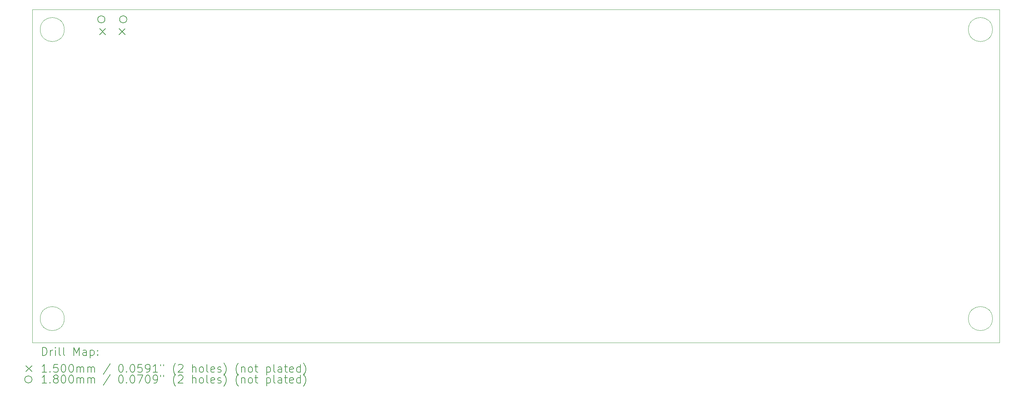
<source format=gbr>
%TF.GenerationSoftware,KiCad,Pcbnew,7.0.8*%
%TF.CreationDate,2023-11-29T08:53:46-05:00*%
%TF.ProjectId,clock,636c6f63-6b2e-46b6-9963-61645f706362,rev?*%
%TF.SameCoordinates,Original*%
%TF.FileFunction,Drillmap*%
%TF.FilePolarity,Positive*%
%FSLAX45Y45*%
G04 Gerber Fmt 4.5, Leading zero omitted, Abs format (unit mm)*
G04 Created by KiCad (PCBNEW 7.0.8) date 2023-11-29 08:53:46*
%MOMM*%
%LPD*%
G01*
G04 APERTURE LIST*
%ADD10C,0.100000*%
%ADD11C,0.200000*%
%ADD12C,0.150000*%
%ADD13C,0.180000*%
G04 APERTURE END LIST*
D10*
X1700000Y-1200000D02*
X25773560Y-1200000D01*
X25773560Y-9500000D01*
X1700000Y-9500000D01*
X1700000Y-1200000D01*
X25600000Y-1700000D02*
G75*
G03*
X25600000Y-1700000I-300000J0D01*
G01*
X2500000Y-8900000D02*
G75*
G03*
X2500000Y-8900000I-300000J0D01*
G01*
X2500000Y-1700000D02*
G75*
G03*
X2500000Y-1700000I-300000J0D01*
G01*
X25600000Y-8900000D02*
G75*
G03*
X25600000Y-8900000I-300000J0D01*
G01*
D11*
D12*
X3375660Y-1673560D02*
X3525660Y-1823560D01*
X3525660Y-1673560D02*
X3375660Y-1823560D01*
X3860660Y-1673560D02*
X4010660Y-1823560D01*
X4010660Y-1673560D02*
X3860660Y-1823560D01*
D13*
X3510660Y-1445560D02*
G75*
G03*
X3510660Y-1445560I-90000J0D01*
G01*
X4055660Y-1445560D02*
G75*
G03*
X4055660Y-1445560I-90000J0D01*
G01*
D11*
X1955777Y-9816484D02*
X1955777Y-9616484D01*
X1955777Y-9616484D02*
X2003396Y-9616484D01*
X2003396Y-9616484D02*
X2031967Y-9626008D01*
X2031967Y-9626008D02*
X2051015Y-9645055D01*
X2051015Y-9645055D02*
X2060539Y-9664103D01*
X2060539Y-9664103D02*
X2070062Y-9702198D01*
X2070062Y-9702198D02*
X2070062Y-9730770D01*
X2070062Y-9730770D02*
X2060539Y-9768865D01*
X2060539Y-9768865D02*
X2051015Y-9787912D01*
X2051015Y-9787912D02*
X2031967Y-9806960D01*
X2031967Y-9806960D02*
X2003396Y-9816484D01*
X2003396Y-9816484D02*
X1955777Y-9816484D01*
X2155777Y-9816484D02*
X2155777Y-9683150D01*
X2155777Y-9721246D02*
X2165301Y-9702198D01*
X2165301Y-9702198D02*
X2174824Y-9692674D01*
X2174824Y-9692674D02*
X2193872Y-9683150D01*
X2193872Y-9683150D02*
X2212920Y-9683150D01*
X2279586Y-9816484D02*
X2279586Y-9683150D01*
X2279586Y-9616484D02*
X2270063Y-9626008D01*
X2270063Y-9626008D02*
X2279586Y-9635531D01*
X2279586Y-9635531D02*
X2289110Y-9626008D01*
X2289110Y-9626008D02*
X2279586Y-9616484D01*
X2279586Y-9616484D02*
X2279586Y-9635531D01*
X2403396Y-9816484D02*
X2384348Y-9806960D01*
X2384348Y-9806960D02*
X2374824Y-9787912D01*
X2374824Y-9787912D02*
X2374824Y-9616484D01*
X2508158Y-9816484D02*
X2489110Y-9806960D01*
X2489110Y-9806960D02*
X2479586Y-9787912D01*
X2479586Y-9787912D02*
X2479586Y-9616484D01*
X2736729Y-9816484D02*
X2736729Y-9616484D01*
X2736729Y-9616484D02*
X2803396Y-9759341D01*
X2803396Y-9759341D02*
X2870062Y-9616484D01*
X2870062Y-9616484D02*
X2870062Y-9816484D01*
X3051015Y-9816484D02*
X3051015Y-9711722D01*
X3051015Y-9711722D02*
X3041491Y-9692674D01*
X3041491Y-9692674D02*
X3022443Y-9683150D01*
X3022443Y-9683150D02*
X2984348Y-9683150D01*
X2984348Y-9683150D02*
X2965301Y-9692674D01*
X3051015Y-9806960D02*
X3031967Y-9816484D01*
X3031967Y-9816484D02*
X2984348Y-9816484D01*
X2984348Y-9816484D02*
X2965301Y-9806960D01*
X2965301Y-9806960D02*
X2955777Y-9787912D01*
X2955777Y-9787912D02*
X2955777Y-9768865D01*
X2955777Y-9768865D02*
X2965301Y-9749817D01*
X2965301Y-9749817D02*
X2984348Y-9740293D01*
X2984348Y-9740293D02*
X3031967Y-9740293D01*
X3031967Y-9740293D02*
X3051015Y-9730770D01*
X3146253Y-9683150D02*
X3146253Y-9883150D01*
X3146253Y-9692674D02*
X3165301Y-9683150D01*
X3165301Y-9683150D02*
X3203396Y-9683150D01*
X3203396Y-9683150D02*
X3222443Y-9692674D01*
X3222443Y-9692674D02*
X3231967Y-9702198D01*
X3231967Y-9702198D02*
X3241491Y-9721246D01*
X3241491Y-9721246D02*
X3241491Y-9778389D01*
X3241491Y-9778389D02*
X3231967Y-9797436D01*
X3231967Y-9797436D02*
X3222443Y-9806960D01*
X3222443Y-9806960D02*
X3203396Y-9816484D01*
X3203396Y-9816484D02*
X3165301Y-9816484D01*
X3165301Y-9816484D02*
X3146253Y-9806960D01*
X3327205Y-9797436D02*
X3336729Y-9806960D01*
X3336729Y-9806960D02*
X3327205Y-9816484D01*
X3327205Y-9816484D02*
X3317682Y-9806960D01*
X3317682Y-9806960D02*
X3327205Y-9797436D01*
X3327205Y-9797436D02*
X3327205Y-9816484D01*
X3327205Y-9692674D02*
X3336729Y-9702198D01*
X3336729Y-9702198D02*
X3327205Y-9711722D01*
X3327205Y-9711722D02*
X3317682Y-9702198D01*
X3317682Y-9702198D02*
X3327205Y-9692674D01*
X3327205Y-9692674D02*
X3327205Y-9711722D01*
D12*
X1545000Y-10070000D02*
X1695000Y-10220000D01*
X1695000Y-10070000D02*
X1545000Y-10220000D01*
D11*
X2060539Y-10236484D02*
X1946253Y-10236484D01*
X2003396Y-10236484D02*
X2003396Y-10036484D01*
X2003396Y-10036484D02*
X1984348Y-10065055D01*
X1984348Y-10065055D02*
X1965301Y-10084103D01*
X1965301Y-10084103D02*
X1946253Y-10093627D01*
X2146253Y-10217436D02*
X2155777Y-10226960D01*
X2155777Y-10226960D02*
X2146253Y-10236484D01*
X2146253Y-10236484D02*
X2136729Y-10226960D01*
X2136729Y-10226960D02*
X2146253Y-10217436D01*
X2146253Y-10217436D02*
X2146253Y-10236484D01*
X2336729Y-10036484D02*
X2241491Y-10036484D01*
X2241491Y-10036484D02*
X2231967Y-10131722D01*
X2231967Y-10131722D02*
X2241491Y-10122198D01*
X2241491Y-10122198D02*
X2260539Y-10112674D01*
X2260539Y-10112674D02*
X2308158Y-10112674D01*
X2308158Y-10112674D02*
X2327205Y-10122198D01*
X2327205Y-10122198D02*
X2336729Y-10131722D01*
X2336729Y-10131722D02*
X2346253Y-10150770D01*
X2346253Y-10150770D02*
X2346253Y-10198389D01*
X2346253Y-10198389D02*
X2336729Y-10217436D01*
X2336729Y-10217436D02*
X2327205Y-10226960D01*
X2327205Y-10226960D02*
X2308158Y-10236484D01*
X2308158Y-10236484D02*
X2260539Y-10236484D01*
X2260539Y-10236484D02*
X2241491Y-10226960D01*
X2241491Y-10226960D02*
X2231967Y-10217436D01*
X2470063Y-10036484D02*
X2489110Y-10036484D01*
X2489110Y-10036484D02*
X2508158Y-10046008D01*
X2508158Y-10046008D02*
X2517682Y-10055531D01*
X2517682Y-10055531D02*
X2527205Y-10074579D01*
X2527205Y-10074579D02*
X2536729Y-10112674D01*
X2536729Y-10112674D02*
X2536729Y-10160293D01*
X2536729Y-10160293D02*
X2527205Y-10198389D01*
X2527205Y-10198389D02*
X2517682Y-10217436D01*
X2517682Y-10217436D02*
X2508158Y-10226960D01*
X2508158Y-10226960D02*
X2489110Y-10236484D01*
X2489110Y-10236484D02*
X2470063Y-10236484D01*
X2470063Y-10236484D02*
X2451015Y-10226960D01*
X2451015Y-10226960D02*
X2441491Y-10217436D01*
X2441491Y-10217436D02*
X2431967Y-10198389D01*
X2431967Y-10198389D02*
X2422444Y-10160293D01*
X2422444Y-10160293D02*
X2422444Y-10112674D01*
X2422444Y-10112674D02*
X2431967Y-10074579D01*
X2431967Y-10074579D02*
X2441491Y-10055531D01*
X2441491Y-10055531D02*
X2451015Y-10046008D01*
X2451015Y-10046008D02*
X2470063Y-10036484D01*
X2660539Y-10036484D02*
X2679586Y-10036484D01*
X2679586Y-10036484D02*
X2698634Y-10046008D01*
X2698634Y-10046008D02*
X2708158Y-10055531D01*
X2708158Y-10055531D02*
X2717682Y-10074579D01*
X2717682Y-10074579D02*
X2727205Y-10112674D01*
X2727205Y-10112674D02*
X2727205Y-10160293D01*
X2727205Y-10160293D02*
X2717682Y-10198389D01*
X2717682Y-10198389D02*
X2708158Y-10217436D01*
X2708158Y-10217436D02*
X2698634Y-10226960D01*
X2698634Y-10226960D02*
X2679586Y-10236484D01*
X2679586Y-10236484D02*
X2660539Y-10236484D01*
X2660539Y-10236484D02*
X2641491Y-10226960D01*
X2641491Y-10226960D02*
X2631967Y-10217436D01*
X2631967Y-10217436D02*
X2622444Y-10198389D01*
X2622444Y-10198389D02*
X2612920Y-10160293D01*
X2612920Y-10160293D02*
X2612920Y-10112674D01*
X2612920Y-10112674D02*
X2622444Y-10074579D01*
X2622444Y-10074579D02*
X2631967Y-10055531D01*
X2631967Y-10055531D02*
X2641491Y-10046008D01*
X2641491Y-10046008D02*
X2660539Y-10036484D01*
X2812920Y-10236484D02*
X2812920Y-10103150D01*
X2812920Y-10122198D02*
X2822443Y-10112674D01*
X2822443Y-10112674D02*
X2841491Y-10103150D01*
X2841491Y-10103150D02*
X2870063Y-10103150D01*
X2870063Y-10103150D02*
X2889110Y-10112674D01*
X2889110Y-10112674D02*
X2898634Y-10131722D01*
X2898634Y-10131722D02*
X2898634Y-10236484D01*
X2898634Y-10131722D02*
X2908158Y-10112674D01*
X2908158Y-10112674D02*
X2927205Y-10103150D01*
X2927205Y-10103150D02*
X2955777Y-10103150D01*
X2955777Y-10103150D02*
X2974824Y-10112674D01*
X2974824Y-10112674D02*
X2984348Y-10131722D01*
X2984348Y-10131722D02*
X2984348Y-10236484D01*
X3079586Y-10236484D02*
X3079586Y-10103150D01*
X3079586Y-10122198D02*
X3089110Y-10112674D01*
X3089110Y-10112674D02*
X3108158Y-10103150D01*
X3108158Y-10103150D02*
X3136729Y-10103150D01*
X3136729Y-10103150D02*
X3155777Y-10112674D01*
X3155777Y-10112674D02*
X3165301Y-10131722D01*
X3165301Y-10131722D02*
X3165301Y-10236484D01*
X3165301Y-10131722D02*
X3174824Y-10112674D01*
X3174824Y-10112674D02*
X3193872Y-10103150D01*
X3193872Y-10103150D02*
X3222443Y-10103150D01*
X3222443Y-10103150D02*
X3241491Y-10112674D01*
X3241491Y-10112674D02*
X3251015Y-10131722D01*
X3251015Y-10131722D02*
X3251015Y-10236484D01*
X3641491Y-10026960D02*
X3470063Y-10284103D01*
X3898634Y-10036484D02*
X3917682Y-10036484D01*
X3917682Y-10036484D02*
X3936729Y-10046008D01*
X3936729Y-10046008D02*
X3946253Y-10055531D01*
X3946253Y-10055531D02*
X3955777Y-10074579D01*
X3955777Y-10074579D02*
X3965301Y-10112674D01*
X3965301Y-10112674D02*
X3965301Y-10160293D01*
X3965301Y-10160293D02*
X3955777Y-10198389D01*
X3955777Y-10198389D02*
X3946253Y-10217436D01*
X3946253Y-10217436D02*
X3936729Y-10226960D01*
X3936729Y-10226960D02*
X3917682Y-10236484D01*
X3917682Y-10236484D02*
X3898634Y-10236484D01*
X3898634Y-10236484D02*
X3879586Y-10226960D01*
X3879586Y-10226960D02*
X3870063Y-10217436D01*
X3870063Y-10217436D02*
X3860539Y-10198389D01*
X3860539Y-10198389D02*
X3851015Y-10160293D01*
X3851015Y-10160293D02*
X3851015Y-10112674D01*
X3851015Y-10112674D02*
X3860539Y-10074579D01*
X3860539Y-10074579D02*
X3870063Y-10055531D01*
X3870063Y-10055531D02*
X3879586Y-10046008D01*
X3879586Y-10046008D02*
X3898634Y-10036484D01*
X4051015Y-10217436D02*
X4060539Y-10226960D01*
X4060539Y-10226960D02*
X4051015Y-10236484D01*
X4051015Y-10236484D02*
X4041491Y-10226960D01*
X4041491Y-10226960D02*
X4051015Y-10217436D01*
X4051015Y-10217436D02*
X4051015Y-10236484D01*
X4184348Y-10036484D02*
X4203396Y-10036484D01*
X4203396Y-10036484D02*
X4222444Y-10046008D01*
X4222444Y-10046008D02*
X4231968Y-10055531D01*
X4231968Y-10055531D02*
X4241491Y-10074579D01*
X4241491Y-10074579D02*
X4251015Y-10112674D01*
X4251015Y-10112674D02*
X4251015Y-10160293D01*
X4251015Y-10160293D02*
X4241491Y-10198389D01*
X4241491Y-10198389D02*
X4231968Y-10217436D01*
X4231968Y-10217436D02*
X4222444Y-10226960D01*
X4222444Y-10226960D02*
X4203396Y-10236484D01*
X4203396Y-10236484D02*
X4184348Y-10236484D01*
X4184348Y-10236484D02*
X4165301Y-10226960D01*
X4165301Y-10226960D02*
X4155777Y-10217436D01*
X4155777Y-10217436D02*
X4146253Y-10198389D01*
X4146253Y-10198389D02*
X4136729Y-10160293D01*
X4136729Y-10160293D02*
X4136729Y-10112674D01*
X4136729Y-10112674D02*
X4146253Y-10074579D01*
X4146253Y-10074579D02*
X4155777Y-10055531D01*
X4155777Y-10055531D02*
X4165301Y-10046008D01*
X4165301Y-10046008D02*
X4184348Y-10036484D01*
X4431968Y-10036484D02*
X4336729Y-10036484D01*
X4336729Y-10036484D02*
X4327206Y-10131722D01*
X4327206Y-10131722D02*
X4336729Y-10122198D01*
X4336729Y-10122198D02*
X4355777Y-10112674D01*
X4355777Y-10112674D02*
X4403396Y-10112674D01*
X4403396Y-10112674D02*
X4422444Y-10122198D01*
X4422444Y-10122198D02*
X4431968Y-10131722D01*
X4431968Y-10131722D02*
X4441491Y-10150770D01*
X4441491Y-10150770D02*
X4441491Y-10198389D01*
X4441491Y-10198389D02*
X4431968Y-10217436D01*
X4431968Y-10217436D02*
X4422444Y-10226960D01*
X4422444Y-10226960D02*
X4403396Y-10236484D01*
X4403396Y-10236484D02*
X4355777Y-10236484D01*
X4355777Y-10236484D02*
X4336729Y-10226960D01*
X4336729Y-10226960D02*
X4327206Y-10217436D01*
X4536729Y-10236484D02*
X4574825Y-10236484D01*
X4574825Y-10236484D02*
X4593872Y-10226960D01*
X4593872Y-10226960D02*
X4603396Y-10217436D01*
X4603396Y-10217436D02*
X4622444Y-10188865D01*
X4622444Y-10188865D02*
X4631968Y-10150770D01*
X4631968Y-10150770D02*
X4631968Y-10074579D01*
X4631968Y-10074579D02*
X4622444Y-10055531D01*
X4622444Y-10055531D02*
X4612920Y-10046008D01*
X4612920Y-10046008D02*
X4593872Y-10036484D01*
X4593872Y-10036484D02*
X4555777Y-10036484D01*
X4555777Y-10036484D02*
X4536729Y-10046008D01*
X4536729Y-10046008D02*
X4527206Y-10055531D01*
X4527206Y-10055531D02*
X4517682Y-10074579D01*
X4517682Y-10074579D02*
X4517682Y-10122198D01*
X4517682Y-10122198D02*
X4527206Y-10141246D01*
X4527206Y-10141246D02*
X4536729Y-10150770D01*
X4536729Y-10150770D02*
X4555777Y-10160293D01*
X4555777Y-10160293D02*
X4593872Y-10160293D01*
X4593872Y-10160293D02*
X4612920Y-10150770D01*
X4612920Y-10150770D02*
X4622444Y-10141246D01*
X4622444Y-10141246D02*
X4631968Y-10122198D01*
X4822444Y-10236484D02*
X4708158Y-10236484D01*
X4765301Y-10236484D02*
X4765301Y-10036484D01*
X4765301Y-10036484D02*
X4746253Y-10065055D01*
X4746253Y-10065055D02*
X4727206Y-10084103D01*
X4727206Y-10084103D02*
X4708158Y-10093627D01*
X4898634Y-10036484D02*
X4898634Y-10074579D01*
X4974825Y-10036484D02*
X4974825Y-10074579D01*
X5270063Y-10312674D02*
X5260539Y-10303150D01*
X5260539Y-10303150D02*
X5241491Y-10274579D01*
X5241491Y-10274579D02*
X5231968Y-10255531D01*
X5231968Y-10255531D02*
X5222444Y-10226960D01*
X5222444Y-10226960D02*
X5212920Y-10179341D01*
X5212920Y-10179341D02*
X5212920Y-10141246D01*
X5212920Y-10141246D02*
X5222444Y-10093627D01*
X5222444Y-10093627D02*
X5231968Y-10065055D01*
X5231968Y-10065055D02*
X5241491Y-10046008D01*
X5241491Y-10046008D02*
X5260539Y-10017436D01*
X5260539Y-10017436D02*
X5270063Y-10007912D01*
X5336730Y-10055531D02*
X5346253Y-10046008D01*
X5346253Y-10046008D02*
X5365301Y-10036484D01*
X5365301Y-10036484D02*
X5412920Y-10036484D01*
X5412920Y-10036484D02*
X5431968Y-10046008D01*
X5431968Y-10046008D02*
X5441491Y-10055531D01*
X5441491Y-10055531D02*
X5451015Y-10074579D01*
X5451015Y-10074579D02*
X5451015Y-10093627D01*
X5451015Y-10093627D02*
X5441491Y-10122198D01*
X5441491Y-10122198D02*
X5327206Y-10236484D01*
X5327206Y-10236484D02*
X5451015Y-10236484D01*
X5689110Y-10236484D02*
X5689110Y-10036484D01*
X5774825Y-10236484D02*
X5774825Y-10131722D01*
X5774825Y-10131722D02*
X5765301Y-10112674D01*
X5765301Y-10112674D02*
X5746253Y-10103150D01*
X5746253Y-10103150D02*
X5717682Y-10103150D01*
X5717682Y-10103150D02*
X5698634Y-10112674D01*
X5698634Y-10112674D02*
X5689110Y-10122198D01*
X5898634Y-10236484D02*
X5879587Y-10226960D01*
X5879587Y-10226960D02*
X5870063Y-10217436D01*
X5870063Y-10217436D02*
X5860539Y-10198389D01*
X5860539Y-10198389D02*
X5860539Y-10141246D01*
X5860539Y-10141246D02*
X5870063Y-10122198D01*
X5870063Y-10122198D02*
X5879587Y-10112674D01*
X5879587Y-10112674D02*
X5898634Y-10103150D01*
X5898634Y-10103150D02*
X5927206Y-10103150D01*
X5927206Y-10103150D02*
X5946253Y-10112674D01*
X5946253Y-10112674D02*
X5955777Y-10122198D01*
X5955777Y-10122198D02*
X5965301Y-10141246D01*
X5965301Y-10141246D02*
X5965301Y-10198389D01*
X5965301Y-10198389D02*
X5955777Y-10217436D01*
X5955777Y-10217436D02*
X5946253Y-10226960D01*
X5946253Y-10226960D02*
X5927206Y-10236484D01*
X5927206Y-10236484D02*
X5898634Y-10236484D01*
X6079587Y-10236484D02*
X6060539Y-10226960D01*
X6060539Y-10226960D02*
X6051015Y-10207912D01*
X6051015Y-10207912D02*
X6051015Y-10036484D01*
X6231968Y-10226960D02*
X6212920Y-10236484D01*
X6212920Y-10236484D02*
X6174825Y-10236484D01*
X6174825Y-10236484D02*
X6155777Y-10226960D01*
X6155777Y-10226960D02*
X6146253Y-10207912D01*
X6146253Y-10207912D02*
X6146253Y-10131722D01*
X6146253Y-10131722D02*
X6155777Y-10112674D01*
X6155777Y-10112674D02*
X6174825Y-10103150D01*
X6174825Y-10103150D02*
X6212920Y-10103150D01*
X6212920Y-10103150D02*
X6231968Y-10112674D01*
X6231968Y-10112674D02*
X6241491Y-10131722D01*
X6241491Y-10131722D02*
X6241491Y-10150770D01*
X6241491Y-10150770D02*
X6146253Y-10169817D01*
X6317682Y-10226960D02*
X6336730Y-10236484D01*
X6336730Y-10236484D02*
X6374825Y-10236484D01*
X6374825Y-10236484D02*
X6393872Y-10226960D01*
X6393872Y-10226960D02*
X6403396Y-10207912D01*
X6403396Y-10207912D02*
X6403396Y-10198389D01*
X6403396Y-10198389D02*
X6393872Y-10179341D01*
X6393872Y-10179341D02*
X6374825Y-10169817D01*
X6374825Y-10169817D02*
X6346253Y-10169817D01*
X6346253Y-10169817D02*
X6327206Y-10160293D01*
X6327206Y-10160293D02*
X6317682Y-10141246D01*
X6317682Y-10141246D02*
X6317682Y-10131722D01*
X6317682Y-10131722D02*
X6327206Y-10112674D01*
X6327206Y-10112674D02*
X6346253Y-10103150D01*
X6346253Y-10103150D02*
X6374825Y-10103150D01*
X6374825Y-10103150D02*
X6393872Y-10112674D01*
X6470063Y-10312674D02*
X6479587Y-10303150D01*
X6479587Y-10303150D02*
X6498634Y-10274579D01*
X6498634Y-10274579D02*
X6508158Y-10255531D01*
X6508158Y-10255531D02*
X6517682Y-10226960D01*
X6517682Y-10226960D02*
X6527206Y-10179341D01*
X6527206Y-10179341D02*
X6527206Y-10141246D01*
X6527206Y-10141246D02*
X6517682Y-10093627D01*
X6517682Y-10093627D02*
X6508158Y-10065055D01*
X6508158Y-10065055D02*
X6498634Y-10046008D01*
X6498634Y-10046008D02*
X6479587Y-10017436D01*
X6479587Y-10017436D02*
X6470063Y-10007912D01*
X6831968Y-10312674D02*
X6822444Y-10303150D01*
X6822444Y-10303150D02*
X6803396Y-10274579D01*
X6803396Y-10274579D02*
X6793872Y-10255531D01*
X6793872Y-10255531D02*
X6784349Y-10226960D01*
X6784349Y-10226960D02*
X6774825Y-10179341D01*
X6774825Y-10179341D02*
X6774825Y-10141246D01*
X6774825Y-10141246D02*
X6784349Y-10093627D01*
X6784349Y-10093627D02*
X6793872Y-10065055D01*
X6793872Y-10065055D02*
X6803396Y-10046008D01*
X6803396Y-10046008D02*
X6822444Y-10017436D01*
X6822444Y-10017436D02*
X6831968Y-10007912D01*
X6908158Y-10103150D02*
X6908158Y-10236484D01*
X6908158Y-10122198D02*
X6917682Y-10112674D01*
X6917682Y-10112674D02*
X6936730Y-10103150D01*
X6936730Y-10103150D02*
X6965301Y-10103150D01*
X6965301Y-10103150D02*
X6984349Y-10112674D01*
X6984349Y-10112674D02*
X6993872Y-10131722D01*
X6993872Y-10131722D02*
X6993872Y-10236484D01*
X7117682Y-10236484D02*
X7098634Y-10226960D01*
X7098634Y-10226960D02*
X7089111Y-10217436D01*
X7089111Y-10217436D02*
X7079587Y-10198389D01*
X7079587Y-10198389D02*
X7079587Y-10141246D01*
X7079587Y-10141246D02*
X7089111Y-10122198D01*
X7089111Y-10122198D02*
X7098634Y-10112674D01*
X7098634Y-10112674D02*
X7117682Y-10103150D01*
X7117682Y-10103150D02*
X7146253Y-10103150D01*
X7146253Y-10103150D02*
X7165301Y-10112674D01*
X7165301Y-10112674D02*
X7174825Y-10122198D01*
X7174825Y-10122198D02*
X7184349Y-10141246D01*
X7184349Y-10141246D02*
X7184349Y-10198389D01*
X7184349Y-10198389D02*
X7174825Y-10217436D01*
X7174825Y-10217436D02*
X7165301Y-10226960D01*
X7165301Y-10226960D02*
X7146253Y-10236484D01*
X7146253Y-10236484D02*
X7117682Y-10236484D01*
X7241492Y-10103150D02*
X7317682Y-10103150D01*
X7270063Y-10036484D02*
X7270063Y-10207912D01*
X7270063Y-10207912D02*
X7279587Y-10226960D01*
X7279587Y-10226960D02*
X7298634Y-10236484D01*
X7298634Y-10236484D02*
X7317682Y-10236484D01*
X7536730Y-10103150D02*
X7536730Y-10303150D01*
X7536730Y-10112674D02*
X7555777Y-10103150D01*
X7555777Y-10103150D02*
X7593873Y-10103150D01*
X7593873Y-10103150D02*
X7612920Y-10112674D01*
X7612920Y-10112674D02*
X7622444Y-10122198D01*
X7622444Y-10122198D02*
X7631968Y-10141246D01*
X7631968Y-10141246D02*
X7631968Y-10198389D01*
X7631968Y-10198389D02*
X7622444Y-10217436D01*
X7622444Y-10217436D02*
X7612920Y-10226960D01*
X7612920Y-10226960D02*
X7593873Y-10236484D01*
X7593873Y-10236484D02*
X7555777Y-10236484D01*
X7555777Y-10236484D02*
X7536730Y-10226960D01*
X7746253Y-10236484D02*
X7727206Y-10226960D01*
X7727206Y-10226960D02*
X7717682Y-10207912D01*
X7717682Y-10207912D02*
X7717682Y-10036484D01*
X7908158Y-10236484D02*
X7908158Y-10131722D01*
X7908158Y-10131722D02*
X7898634Y-10112674D01*
X7898634Y-10112674D02*
X7879587Y-10103150D01*
X7879587Y-10103150D02*
X7841492Y-10103150D01*
X7841492Y-10103150D02*
X7822444Y-10112674D01*
X7908158Y-10226960D02*
X7889111Y-10236484D01*
X7889111Y-10236484D02*
X7841492Y-10236484D01*
X7841492Y-10236484D02*
X7822444Y-10226960D01*
X7822444Y-10226960D02*
X7812920Y-10207912D01*
X7812920Y-10207912D02*
X7812920Y-10188865D01*
X7812920Y-10188865D02*
X7822444Y-10169817D01*
X7822444Y-10169817D02*
X7841492Y-10160293D01*
X7841492Y-10160293D02*
X7889111Y-10160293D01*
X7889111Y-10160293D02*
X7908158Y-10150770D01*
X7974825Y-10103150D02*
X8051015Y-10103150D01*
X8003396Y-10036484D02*
X8003396Y-10207912D01*
X8003396Y-10207912D02*
X8012920Y-10226960D01*
X8012920Y-10226960D02*
X8031968Y-10236484D01*
X8031968Y-10236484D02*
X8051015Y-10236484D01*
X8193873Y-10226960D02*
X8174825Y-10236484D01*
X8174825Y-10236484D02*
X8136730Y-10236484D01*
X8136730Y-10236484D02*
X8117682Y-10226960D01*
X8117682Y-10226960D02*
X8108158Y-10207912D01*
X8108158Y-10207912D02*
X8108158Y-10131722D01*
X8108158Y-10131722D02*
X8117682Y-10112674D01*
X8117682Y-10112674D02*
X8136730Y-10103150D01*
X8136730Y-10103150D02*
X8174825Y-10103150D01*
X8174825Y-10103150D02*
X8193873Y-10112674D01*
X8193873Y-10112674D02*
X8203396Y-10131722D01*
X8203396Y-10131722D02*
X8203396Y-10150770D01*
X8203396Y-10150770D02*
X8108158Y-10169817D01*
X8374825Y-10236484D02*
X8374825Y-10036484D01*
X8374825Y-10226960D02*
X8355777Y-10236484D01*
X8355777Y-10236484D02*
X8317682Y-10236484D01*
X8317682Y-10236484D02*
X8298634Y-10226960D01*
X8298634Y-10226960D02*
X8289111Y-10217436D01*
X8289111Y-10217436D02*
X8279587Y-10198389D01*
X8279587Y-10198389D02*
X8279587Y-10141246D01*
X8279587Y-10141246D02*
X8289111Y-10122198D01*
X8289111Y-10122198D02*
X8298634Y-10112674D01*
X8298634Y-10112674D02*
X8317682Y-10103150D01*
X8317682Y-10103150D02*
X8355777Y-10103150D01*
X8355777Y-10103150D02*
X8374825Y-10112674D01*
X8451016Y-10312674D02*
X8460539Y-10303150D01*
X8460539Y-10303150D02*
X8479587Y-10274579D01*
X8479587Y-10274579D02*
X8489111Y-10255531D01*
X8489111Y-10255531D02*
X8498635Y-10226960D01*
X8498635Y-10226960D02*
X8508158Y-10179341D01*
X8508158Y-10179341D02*
X8508158Y-10141246D01*
X8508158Y-10141246D02*
X8498635Y-10093627D01*
X8498635Y-10093627D02*
X8489111Y-10065055D01*
X8489111Y-10065055D02*
X8479587Y-10046008D01*
X8479587Y-10046008D02*
X8460539Y-10017436D01*
X8460539Y-10017436D02*
X8451016Y-10007912D01*
D13*
X1695000Y-10415000D02*
G75*
G03*
X1695000Y-10415000I-90000J0D01*
G01*
D11*
X2060539Y-10506484D02*
X1946253Y-10506484D01*
X2003396Y-10506484D02*
X2003396Y-10306484D01*
X2003396Y-10306484D02*
X1984348Y-10335055D01*
X1984348Y-10335055D02*
X1965301Y-10354103D01*
X1965301Y-10354103D02*
X1946253Y-10363627D01*
X2146253Y-10487436D02*
X2155777Y-10496960D01*
X2155777Y-10496960D02*
X2146253Y-10506484D01*
X2146253Y-10506484D02*
X2136729Y-10496960D01*
X2136729Y-10496960D02*
X2146253Y-10487436D01*
X2146253Y-10487436D02*
X2146253Y-10506484D01*
X2270063Y-10392198D02*
X2251015Y-10382674D01*
X2251015Y-10382674D02*
X2241491Y-10373150D01*
X2241491Y-10373150D02*
X2231967Y-10354103D01*
X2231967Y-10354103D02*
X2231967Y-10344579D01*
X2231967Y-10344579D02*
X2241491Y-10325531D01*
X2241491Y-10325531D02*
X2251015Y-10316008D01*
X2251015Y-10316008D02*
X2270063Y-10306484D01*
X2270063Y-10306484D02*
X2308158Y-10306484D01*
X2308158Y-10306484D02*
X2327205Y-10316008D01*
X2327205Y-10316008D02*
X2336729Y-10325531D01*
X2336729Y-10325531D02*
X2346253Y-10344579D01*
X2346253Y-10344579D02*
X2346253Y-10354103D01*
X2346253Y-10354103D02*
X2336729Y-10373150D01*
X2336729Y-10373150D02*
X2327205Y-10382674D01*
X2327205Y-10382674D02*
X2308158Y-10392198D01*
X2308158Y-10392198D02*
X2270063Y-10392198D01*
X2270063Y-10392198D02*
X2251015Y-10401722D01*
X2251015Y-10401722D02*
X2241491Y-10411246D01*
X2241491Y-10411246D02*
X2231967Y-10430293D01*
X2231967Y-10430293D02*
X2231967Y-10468389D01*
X2231967Y-10468389D02*
X2241491Y-10487436D01*
X2241491Y-10487436D02*
X2251015Y-10496960D01*
X2251015Y-10496960D02*
X2270063Y-10506484D01*
X2270063Y-10506484D02*
X2308158Y-10506484D01*
X2308158Y-10506484D02*
X2327205Y-10496960D01*
X2327205Y-10496960D02*
X2336729Y-10487436D01*
X2336729Y-10487436D02*
X2346253Y-10468389D01*
X2346253Y-10468389D02*
X2346253Y-10430293D01*
X2346253Y-10430293D02*
X2336729Y-10411246D01*
X2336729Y-10411246D02*
X2327205Y-10401722D01*
X2327205Y-10401722D02*
X2308158Y-10392198D01*
X2470063Y-10306484D02*
X2489110Y-10306484D01*
X2489110Y-10306484D02*
X2508158Y-10316008D01*
X2508158Y-10316008D02*
X2517682Y-10325531D01*
X2517682Y-10325531D02*
X2527205Y-10344579D01*
X2527205Y-10344579D02*
X2536729Y-10382674D01*
X2536729Y-10382674D02*
X2536729Y-10430293D01*
X2536729Y-10430293D02*
X2527205Y-10468389D01*
X2527205Y-10468389D02*
X2517682Y-10487436D01*
X2517682Y-10487436D02*
X2508158Y-10496960D01*
X2508158Y-10496960D02*
X2489110Y-10506484D01*
X2489110Y-10506484D02*
X2470063Y-10506484D01*
X2470063Y-10506484D02*
X2451015Y-10496960D01*
X2451015Y-10496960D02*
X2441491Y-10487436D01*
X2441491Y-10487436D02*
X2431967Y-10468389D01*
X2431967Y-10468389D02*
X2422444Y-10430293D01*
X2422444Y-10430293D02*
X2422444Y-10382674D01*
X2422444Y-10382674D02*
X2431967Y-10344579D01*
X2431967Y-10344579D02*
X2441491Y-10325531D01*
X2441491Y-10325531D02*
X2451015Y-10316008D01*
X2451015Y-10316008D02*
X2470063Y-10306484D01*
X2660539Y-10306484D02*
X2679586Y-10306484D01*
X2679586Y-10306484D02*
X2698634Y-10316008D01*
X2698634Y-10316008D02*
X2708158Y-10325531D01*
X2708158Y-10325531D02*
X2717682Y-10344579D01*
X2717682Y-10344579D02*
X2727205Y-10382674D01*
X2727205Y-10382674D02*
X2727205Y-10430293D01*
X2727205Y-10430293D02*
X2717682Y-10468389D01*
X2717682Y-10468389D02*
X2708158Y-10487436D01*
X2708158Y-10487436D02*
X2698634Y-10496960D01*
X2698634Y-10496960D02*
X2679586Y-10506484D01*
X2679586Y-10506484D02*
X2660539Y-10506484D01*
X2660539Y-10506484D02*
X2641491Y-10496960D01*
X2641491Y-10496960D02*
X2631967Y-10487436D01*
X2631967Y-10487436D02*
X2622444Y-10468389D01*
X2622444Y-10468389D02*
X2612920Y-10430293D01*
X2612920Y-10430293D02*
X2612920Y-10382674D01*
X2612920Y-10382674D02*
X2622444Y-10344579D01*
X2622444Y-10344579D02*
X2631967Y-10325531D01*
X2631967Y-10325531D02*
X2641491Y-10316008D01*
X2641491Y-10316008D02*
X2660539Y-10306484D01*
X2812920Y-10506484D02*
X2812920Y-10373150D01*
X2812920Y-10392198D02*
X2822443Y-10382674D01*
X2822443Y-10382674D02*
X2841491Y-10373150D01*
X2841491Y-10373150D02*
X2870063Y-10373150D01*
X2870063Y-10373150D02*
X2889110Y-10382674D01*
X2889110Y-10382674D02*
X2898634Y-10401722D01*
X2898634Y-10401722D02*
X2898634Y-10506484D01*
X2898634Y-10401722D02*
X2908158Y-10382674D01*
X2908158Y-10382674D02*
X2927205Y-10373150D01*
X2927205Y-10373150D02*
X2955777Y-10373150D01*
X2955777Y-10373150D02*
X2974824Y-10382674D01*
X2974824Y-10382674D02*
X2984348Y-10401722D01*
X2984348Y-10401722D02*
X2984348Y-10506484D01*
X3079586Y-10506484D02*
X3079586Y-10373150D01*
X3079586Y-10392198D02*
X3089110Y-10382674D01*
X3089110Y-10382674D02*
X3108158Y-10373150D01*
X3108158Y-10373150D02*
X3136729Y-10373150D01*
X3136729Y-10373150D02*
X3155777Y-10382674D01*
X3155777Y-10382674D02*
X3165301Y-10401722D01*
X3165301Y-10401722D02*
X3165301Y-10506484D01*
X3165301Y-10401722D02*
X3174824Y-10382674D01*
X3174824Y-10382674D02*
X3193872Y-10373150D01*
X3193872Y-10373150D02*
X3222443Y-10373150D01*
X3222443Y-10373150D02*
X3241491Y-10382674D01*
X3241491Y-10382674D02*
X3251015Y-10401722D01*
X3251015Y-10401722D02*
X3251015Y-10506484D01*
X3641491Y-10296960D02*
X3470063Y-10554103D01*
X3898634Y-10306484D02*
X3917682Y-10306484D01*
X3917682Y-10306484D02*
X3936729Y-10316008D01*
X3936729Y-10316008D02*
X3946253Y-10325531D01*
X3946253Y-10325531D02*
X3955777Y-10344579D01*
X3955777Y-10344579D02*
X3965301Y-10382674D01*
X3965301Y-10382674D02*
X3965301Y-10430293D01*
X3965301Y-10430293D02*
X3955777Y-10468389D01*
X3955777Y-10468389D02*
X3946253Y-10487436D01*
X3946253Y-10487436D02*
X3936729Y-10496960D01*
X3936729Y-10496960D02*
X3917682Y-10506484D01*
X3917682Y-10506484D02*
X3898634Y-10506484D01*
X3898634Y-10506484D02*
X3879586Y-10496960D01*
X3879586Y-10496960D02*
X3870063Y-10487436D01*
X3870063Y-10487436D02*
X3860539Y-10468389D01*
X3860539Y-10468389D02*
X3851015Y-10430293D01*
X3851015Y-10430293D02*
X3851015Y-10382674D01*
X3851015Y-10382674D02*
X3860539Y-10344579D01*
X3860539Y-10344579D02*
X3870063Y-10325531D01*
X3870063Y-10325531D02*
X3879586Y-10316008D01*
X3879586Y-10316008D02*
X3898634Y-10306484D01*
X4051015Y-10487436D02*
X4060539Y-10496960D01*
X4060539Y-10496960D02*
X4051015Y-10506484D01*
X4051015Y-10506484D02*
X4041491Y-10496960D01*
X4041491Y-10496960D02*
X4051015Y-10487436D01*
X4051015Y-10487436D02*
X4051015Y-10506484D01*
X4184348Y-10306484D02*
X4203396Y-10306484D01*
X4203396Y-10306484D02*
X4222444Y-10316008D01*
X4222444Y-10316008D02*
X4231968Y-10325531D01*
X4231968Y-10325531D02*
X4241491Y-10344579D01*
X4241491Y-10344579D02*
X4251015Y-10382674D01*
X4251015Y-10382674D02*
X4251015Y-10430293D01*
X4251015Y-10430293D02*
X4241491Y-10468389D01*
X4241491Y-10468389D02*
X4231968Y-10487436D01*
X4231968Y-10487436D02*
X4222444Y-10496960D01*
X4222444Y-10496960D02*
X4203396Y-10506484D01*
X4203396Y-10506484D02*
X4184348Y-10506484D01*
X4184348Y-10506484D02*
X4165301Y-10496960D01*
X4165301Y-10496960D02*
X4155777Y-10487436D01*
X4155777Y-10487436D02*
X4146253Y-10468389D01*
X4146253Y-10468389D02*
X4136729Y-10430293D01*
X4136729Y-10430293D02*
X4136729Y-10382674D01*
X4136729Y-10382674D02*
X4146253Y-10344579D01*
X4146253Y-10344579D02*
X4155777Y-10325531D01*
X4155777Y-10325531D02*
X4165301Y-10316008D01*
X4165301Y-10316008D02*
X4184348Y-10306484D01*
X4317682Y-10306484D02*
X4451015Y-10306484D01*
X4451015Y-10306484D02*
X4365301Y-10506484D01*
X4565301Y-10306484D02*
X4584349Y-10306484D01*
X4584349Y-10306484D02*
X4603396Y-10316008D01*
X4603396Y-10316008D02*
X4612920Y-10325531D01*
X4612920Y-10325531D02*
X4622444Y-10344579D01*
X4622444Y-10344579D02*
X4631968Y-10382674D01*
X4631968Y-10382674D02*
X4631968Y-10430293D01*
X4631968Y-10430293D02*
X4622444Y-10468389D01*
X4622444Y-10468389D02*
X4612920Y-10487436D01*
X4612920Y-10487436D02*
X4603396Y-10496960D01*
X4603396Y-10496960D02*
X4584349Y-10506484D01*
X4584349Y-10506484D02*
X4565301Y-10506484D01*
X4565301Y-10506484D02*
X4546253Y-10496960D01*
X4546253Y-10496960D02*
X4536729Y-10487436D01*
X4536729Y-10487436D02*
X4527206Y-10468389D01*
X4527206Y-10468389D02*
X4517682Y-10430293D01*
X4517682Y-10430293D02*
X4517682Y-10382674D01*
X4517682Y-10382674D02*
X4527206Y-10344579D01*
X4527206Y-10344579D02*
X4536729Y-10325531D01*
X4536729Y-10325531D02*
X4546253Y-10316008D01*
X4546253Y-10316008D02*
X4565301Y-10306484D01*
X4727206Y-10506484D02*
X4765301Y-10506484D01*
X4765301Y-10506484D02*
X4784349Y-10496960D01*
X4784349Y-10496960D02*
X4793872Y-10487436D01*
X4793872Y-10487436D02*
X4812920Y-10458865D01*
X4812920Y-10458865D02*
X4822444Y-10420770D01*
X4822444Y-10420770D02*
X4822444Y-10344579D01*
X4822444Y-10344579D02*
X4812920Y-10325531D01*
X4812920Y-10325531D02*
X4803396Y-10316008D01*
X4803396Y-10316008D02*
X4784349Y-10306484D01*
X4784349Y-10306484D02*
X4746253Y-10306484D01*
X4746253Y-10306484D02*
X4727206Y-10316008D01*
X4727206Y-10316008D02*
X4717682Y-10325531D01*
X4717682Y-10325531D02*
X4708158Y-10344579D01*
X4708158Y-10344579D02*
X4708158Y-10392198D01*
X4708158Y-10392198D02*
X4717682Y-10411246D01*
X4717682Y-10411246D02*
X4727206Y-10420770D01*
X4727206Y-10420770D02*
X4746253Y-10430293D01*
X4746253Y-10430293D02*
X4784349Y-10430293D01*
X4784349Y-10430293D02*
X4803396Y-10420770D01*
X4803396Y-10420770D02*
X4812920Y-10411246D01*
X4812920Y-10411246D02*
X4822444Y-10392198D01*
X4898634Y-10306484D02*
X4898634Y-10344579D01*
X4974825Y-10306484D02*
X4974825Y-10344579D01*
X5270063Y-10582674D02*
X5260539Y-10573150D01*
X5260539Y-10573150D02*
X5241491Y-10544579D01*
X5241491Y-10544579D02*
X5231968Y-10525531D01*
X5231968Y-10525531D02*
X5222444Y-10496960D01*
X5222444Y-10496960D02*
X5212920Y-10449341D01*
X5212920Y-10449341D02*
X5212920Y-10411246D01*
X5212920Y-10411246D02*
X5222444Y-10363627D01*
X5222444Y-10363627D02*
X5231968Y-10335055D01*
X5231968Y-10335055D02*
X5241491Y-10316008D01*
X5241491Y-10316008D02*
X5260539Y-10287436D01*
X5260539Y-10287436D02*
X5270063Y-10277912D01*
X5336730Y-10325531D02*
X5346253Y-10316008D01*
X5346253Y-10316008D02*
X5365301Y-10306484D01*
X5365301Y-10306484D02*
X5412920Y-10306484D01*
X5412920Y-10306484D02*
X5431968Y-10316008D01*
X5431968Y-10316008D02*
X5441491Y-10325531D01*
X5441491Y-10325531D02*
X5451015Y-10344579D01*
X5451015Y-10344579D02*
X5451015Y-10363627D01*
X5451015Y-10363627D02*
X5441491Y-10392198D01*
X5441491Y-10392198D02*
X5327206Y-10506484D01*
X5327206Y-10506484D02*
X5451015Y-10506484D01*
X5689110Y-10506484D02*
X5689110Y-10306484D01*
X5774825Y-10506484D02*
X5774825Y-10401722D01*
X5774825Y-10401722D02*
X5765301Y-10382674D01*
X5765301Y-10382674D02*
X5746253Y-10373150D01*
X5746253Y-10373150D02*
X5717682Y-10373150D01*
X5717682Y-10373150D02*
X5698634Y-10382674D01*
X5698634Y-10382674D02*
X5689110Y-10392198D01*
X5898634Y-10506484D02*
X5879587Y-10496960D01*
X5879587Y-10496960D02*
X5870063Y-10487436D01*
X5870063Y-10487436D02*
X5860539Y-10468389D01*
X5860539Y-10468389D02*
X5860539Y-10411246D01*
X5860539Y-10411246D02*
X5870063Y-10392198D01*
X5870063Y-10392198D02*
X5879587Y-10382674D01*
X5879587Y-10382674D02*
X5898634Y-10373150D01*
X5898634Y-10373150D02*
X5927206Y-10373150D01*
X5927206Y-10373150D02*
X5946253Y-10382674D01*
X5946253Y-10382674D02*
X5955777Y-10392198D01*
X5955777Y-10392198D02*
X5965301Y-10411246D01*
X5965301Y-10411246D02*
X5965301Y-10468389D01*
X5965301Y-10468389D02*
X5955777Y-10487436D01*
X5955777Y-10487436D02*
X5946253Y-10496960D01*
X5946253Y-10496960D02*
X5927206Y-10506484D01*
X5927206Y-10506484D02*
X5898634Y-10506484D01*
X6079587Y-10506484D02*
X6060539Y-10496960D01*
X6060539Y-10496960D02*
X6051015Y-10477912D01*
X6051015Y-10477912D02*
X6051015Y-10306484D01*
X6231968Y-10496960D02*
X6212920Y-10506484D01*
X6212920Y-10506484D02*
X6174825Y-10506484D01*
X6174825Y-10506484D02*
X6155777Y-10496960D01*
X6155777Y-10496960D02*
X6146253Y-10477912D01*
X6146253Y-10477912D02*
X6146253Y-10401722D01*
X6146253Y-10401722D02*
X6155777Y-10382674D01*
X6155777Y-10382674D02*
X6174825Y-10373150D01*
X6174825Y-10373150D02*
X6212920Y-10373150D01*
X6212920Y-10373150D02*
X6231968Y-10382674D01*
X6231968Y-10382674D02*
X6241491Y-10401722D01*
X6241491Y-10401722D02*
X6241491Y-10420770D01*
X6241491Y-10420770D02*
X6146253Y-10439817D01*
X6317682Y-10496960D02*
X6336730Y-10506484D01*
X6336730Y-10506484D02*
X6374825Y-10506484D01*
X6374825Y-10506484D02*
X6393872Y-10496960D01*
X6393872Y-10496960D02*
X6403396Y-10477912D01*
X6403396Y-10477912D02*
X6403396Y-10468389D01*
X6403396Y-10468389D02*
X6393872Y-10449341D01*
X6393872Y-10449341D02*
X6374825Y-10439817D01*
X6374825Y-10439817D02*
X6346253Y-10439817D01*
X6346253Y-10439817D02*
X6327206Y-10430293D01*
X6327206Y-10430293D02*
X6317682Y-10411246D01*
X6317682Y-10411246D02*
X6317682Y-10401722D01*
X6317682Y-10401722D02*
X6327206Y-10382674D01*
X6327206Y-10382674D02*
X6346253Y-10373150D01*
X6346253Y-10373150D02*
X6374825Y-10373150D01*
X6374825Y-10373150D02*
X6393872Y-10382674D01*
X6470063Y-10582674D02*
X6479587Y-10573150D01*
X6479587Y-10573150D02*
X6498634Y-10544579D01*
X6498634Y-10544579D02*
X6508158Y-10525531D01*
X6508158Y-10525531D02*
X6517682Y-10496960D01*
X6517682Y-10496960D02*
X6527206Y-10449341D01*
X6527206Y-10449341D02*
X6527206Y-10411246D01*
X6527206Y-10411246D02*
X6517682Y-10363627D01*
X6517682Y-10363627D02*
X6508158Y-10335055D01*
X6508158Y-10335055D02*
X6498634Y-10316008D01*
X6498634Y-10316008D02*
X6479587Y-10287436D01*
X6479587Y-10287436D02*
X6470063Y-10277912D01*
X6831968Y-10582674D02*
X6822444Y-10573150D01*
X6822444Y-10573150D02*
X6803396Y-10544579D01*
X6803396Y-10544579D02*
X6793872Y-10525531D01*
X6793872Y-10525531D02*
X6784349Y-10496960D01*
X6784349Y-10496960D02*
X6774825Y-10449341D01*
X6774825Y-10449341D02*
X6774825Y-10411246D01*
X6774825Y-10411246D02*
X6784349Y-10363627D01*
X6784349Y-10363627D02*
X6793872Y-10335055D01*
X6793872Y-10335055D02*
X6803396Y-10316008D01*
X6803396Y-10316008D02*
X6822444Y-10287436D01*
X6822444Y-10287436D02*
X6831968Y-10277912D01*
X6908158Y-10373150D02*
X6908158Y-10506484D01*
X6908158Y-10392198D02*
X6917682Y-10382674D01*
X6917682Y-10382674D02*
X6936730Y-10373150D01*
X6936730Y-10373150D02*
X6965301Y-10373150D01*
X6965301Y-10373150D02*
X6984349Y-10382674D01*
X6984349Y-10382674D02*
X6993872Y-10401722D01*
X6993872Y-10401722D02*
X6993872Y-10506484D01*
X7117682Y-10506484D02*
X7098634Y-10496960D01*
X7098634Y-10496960D02*
X7089111Y-10487436D01*
X7089111Y-10487436D02*
X7079587Y-10468389D01*
X7079587Y-10468389D02*
X7079587Y-10411246D01*
X7079587Y-10411246D02*
X7089111Y-10392198D01*
X7089111Y-10392198D02*
X7098634Y-10382674D01*
X7098634Y-10382674D02*
X7117682Y-10373150D01*
X7117682Y-10373150D02*
X7146253Y-10373150D01*
X7146253Y-10373150D02*
X7165301Y-10382674D01*
X7165301Y-10382674D02*
X7174825Y-10392198D01*
X7174825Y-10392198D02*
X7184349Y-10411246D01*
X7184349Y-10411246D02*
X7184349Y-10468389D01*
X7184349Y-10468389D02*
X7174825Y-10487436D01*
X7174825Y-10487436D02*
X7165301Y-10496960D01*
X7165301Y-10496960D02*
X7146253Y-10506484D01*
X7146253Y-10506484D02*
X7117682Y-10506484D01*
X7241492Y-10373150D02*
X7317682Y-10373150D01*
X7270063Y-10306484D02*
X7270063Y-10477912D01*
X7270063Y-10477912D02*
X7279587Y-10496960D01*
X7279587Y-10496960D02*
X7298634Y-10506484D01*
X7298634Y-10506484D02*
X7317682Y-10506484D01*
X7536730Y-10373150D02*
X7536730Y-10573150D01*
X7536730Y-10382674D02*
X7555777Y-10373150D01*
X7555777Y-10373150D02*
X7593873Y-10373150D01*
X7593873Y-10373150D02*
X7612920Y-10382674D01*
X7612920Y-10382674D02*
X7622444Y-10392198D01*
X7622444Y-10392198D02*
X7631968Y-10411246D01*
X7631968Y-10411246D02*
X7631968Y-10468389D01*
X7631968Y-10468389D02*
X7622444Y-10487436D01*
X7622444Y-10487436D02*
X7612920Y-10496960D01*
X7612920Y-10496960D02*
X7593873Y-10506484D01*
X7593873Y-10506484D02*
X7555777Y-10506484D01*
X7555777Y-10506484D02*
X7536730Y-10496960D01*
X7746253Y-10506484D02*
X7727206Y-10496960D01*
X7727206Y-10496960D02*
X7717682Y-10477912D01*
X7717682Y-10477912D02*
X7717682Y-10306484D01*
X7908158Y-10506484D02*
X7908158Y-10401722D01*
X7908158Y-10401722D02*
X7898634Y-10382674D01*
X7898634Y-10382674D02*
X7879587Y-10373150D01*
X7879587Y-10373150D02*
X7841492Y-10373150D01*
X7841492Y-10373150D02*
X7822444Y-10382674D01*
X7908158Y-10496960D02*
X7889111Y-10506484D01*
X7889111Y-10506484D02*
X7841492Y-10506484D01*
X7841492Y-10506484D02*
X7822444Y-10496960D01*
X7822444Y-10496960D02*
X7812920Y-10477912D01*
X7812920Y-10477912D02*
X7812920Y-10458865D01*
X7812920Y-10458865D02*
X7822444Y-10439817D01*
X7822444Y-10439817D02*
X7841492Y-10430293D01*
X7841492Y-10430293D02*
X7889111Y-10430293D01*
X7889111Y-10430293D02*
X7908158Y-10420770D01*
X7974825Y-10373150D02*
X8051015Y-10373150D01*
X8003396Y-10306484D02*
X8003396Y-10477912D01*
X8003396Y-10477912D02*
X8012920Y-10496960D01*
X8012920Y-10496960D02*
X8031968Y-10506484D01*
X8031968Y-10506484D02*
X8051015Y-10506484D01*
X8193873Y-10496960D02*
X8174825Y-10506484D01*
X8174825Y-10506484D02*
X8136730Y-10506484D01*
X8136730Y-10506484D02*
X8117682Y-10496960D01*
X8117682Y-10496960D02*
X8108158Y-10477912D01*
X8108158Y-10477912D02*
X8108158Y-10401722D01*
X8108158Y-10401722D02*
X8117682Y-10382674D01*
X8117682Y-10382674D02*
X8136730Y-10373150D01*
X8136730Y-10373150D02*
X8174825Y-10373150D01*
X8174825Y-10373150D02*
X8193873Y-10382674D01*
X8193873Y-10382674D02*
X8203396Y-10401722D01*
X8203396Y-10401722D02*
X8203396Y-10420770D01*
X8203396Y-10420770D02*
X8108158Y-10439817D01*
X8374825Y-10506484D02*
X8374825Y-10306484D01*
X8374825Y-10496960D02*
X8355777Y-10506484D01*
X8355777Y-10506484D02*
X8317682Y-10506484D01*
X8317682Y-10506484D02*
X8298634Y-10496960D01*
X8298634Y-10496960D02*
X8289111Y-10487436D01*
X8289111Y-10487436D02*
X8279587Y-10468389D01*
X8279587Y-10468389D02*
X8279587Y-10411246D01*
X8279587Y-10411246D02*
X8289111Y-10392198D01*
X8289111Y-10392198D02*
X8298634Y-10382674D01*
X8298634Y-10382674D02*
X8317682Y-10373150D01*
X8317682Y-10373150D02*
X8355777Y-10373150D01*
X8355777Y-10373150D02*
X8374825Y-10382674D01*
X8451016Y-10582674D02*
X8460539Y-10573150D01*
X8460539Y-10573150D02*
X8479587Y-10544579D01*
X8479587Y-10544579D02*
X8489111Y-10525531D01*
X8489111Y-10525531D02*
X8498635Y-10496960D01*
X8498635Y-10496960D02*
X8508158Y-10449341D01*
X8508158Y-10449341D02*
X8508158Y-10411246D01*
X8508158Y-10411246D02*
X8498635Y-10363627D01*
X8498635Y-10363627D02*
X8489111Y-10335055D01*
X8489111Y-10335055D02*
X8479587Y-10316008D01*
X8479587Y-10316008D02*
X8460539Y-10287436D01*
X8460539Y-10287436D02*
X8451016Y-10277912D01*
M02*

</source>
